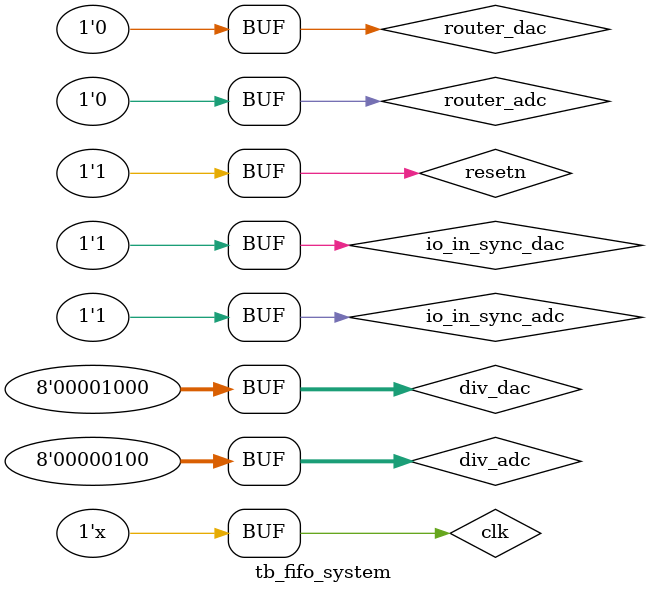
<source format=v>
`timescale 1ns / 1ps
module tb_fifo_system();
    reg      clk = 0;
    reg      resetn = 0;
    reg  [7:0] ad = 8'h55;
    wire [7:0] da;
    wire [7:0] data_out_adc;
    reg [7:0] div_adc = 4;
    reg [7:0] div_dac = 8;
    reg      io_in_sync_adc = 1;
    reg      io_in_sync_dac = 1;
    reg      router_adc = 0;
    reg      router_dac = 0;

    always #1 clk <= ~clk;

    always @ (posedge clk) begin
        ad <= ad + 8'h1;
    end
    
    initial begin
        #10
        resetn = 1;
    end
    
    
    test_fifo_axis_wrapper U_TEST_FIFO_AXIS_WRAPPER(
    .ad              (ad), 
    .clk             (clk), 
    .da              (da), 
    .data_out_adc    (data_out_adc), 
    .div_adc         (div_adc), 
    .div_dac         (div_dac), 
    .io_in_sync_adc  (io_in_sync_adc), 
    .io_in_sync_dac  (io_in_sync_dac), 
    .resetn          (resetn), 
    .router_adc      (router_adc), 
    .router_dac      (router_dac)  
    );
    
endmodule

</source>
